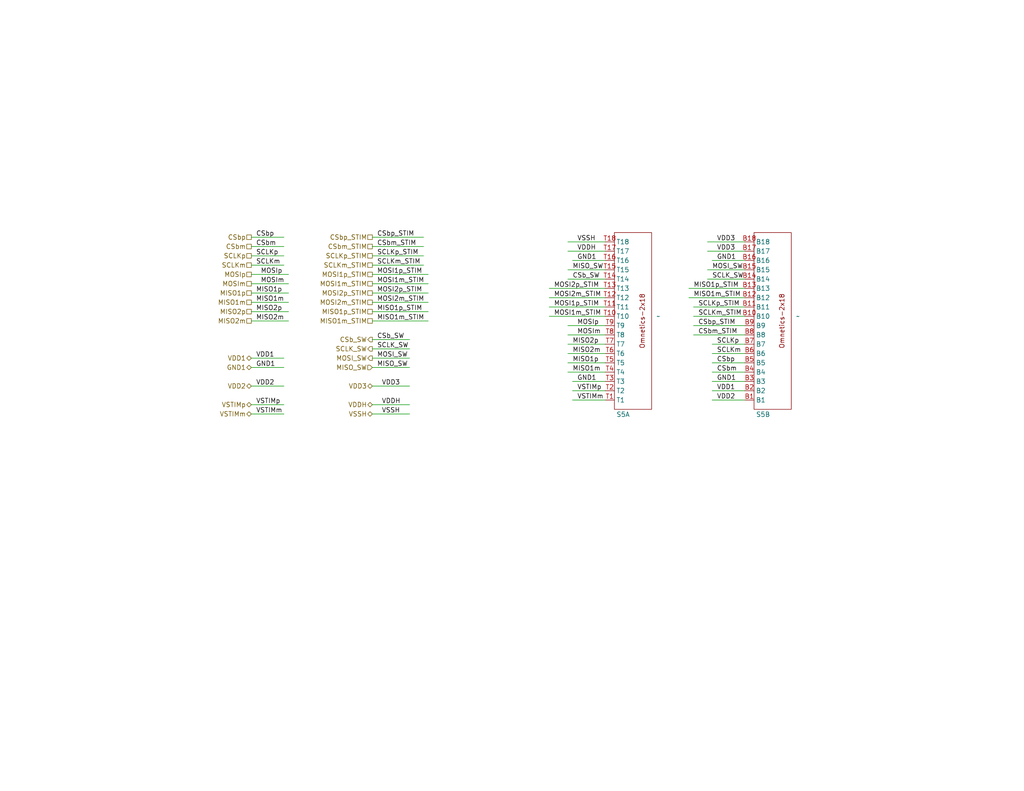
<source format=kicad_sch>
(kicad_sch (version 20231120) (generator "eeschema") (generator_version "8.0")
  (paper "USLetter")
  (title_block (title "Iris-128S-Adapter") (date "7/26/2024") (rev "1.0.0") (company "OpenIC"))
  (lib_symbols
    (symbol "openic:CONN-OMNETICS-A79024-001"
      (property "Reference" "S" (at -3.81 25.4 0))
      (symbol "CONN-OMNETICS-A79024-001_0_1"
        (rectangle (start -5.08 24.13) (end 5.08 -24.13))
      )
      (symbol "CONN-OMNETICS-A79024-001_1_1"
        (text "Omnetics-2x18" (at 2.54 0 900) (effects (font (size 1.27 1.27))))
        (pin passive line (at -7.62 21.59 0) (length 2.54) (name "T1") (number "T1"))
        (pin passive line (at -7.62 -1.27 0) (length 2.54) (name "T10") (number "T10"))
        (pin passive line (at -7.62 -3.81 0) (length 2.54) (name "T11") (number "T11"))
        (pin passive line (at -7.62 -6.35 0) (length 2.54) (name "T12") (number "T12"))
        (pin passive line (at -7.62 -8.89 0) (length 2.54) (name "T13") (number "T13"))
        (pin passive line (at -7.62 -11.43 0) (length 2.54) (name "T14") (number "T14"))
        (pin passive line (at -7.62 -13.97 0) (length 2.54) (name "T15") (number "T15"))
        (pin passive line (at -7.62 -16.51 0) (length 2.54) (name "T16") (number "T16"))
        (pin passive line (at -7.62 -19.05 0) (length 2.54) (name "T17") (number "T17"))
        (pin passive line (at -7.62 -21.59 0) (length 2.54) (name "T18") (number "T18"))
        (pin passive line (at -7.62 19.05 0) (length 2.54) (name "T2") (number "T2"))
        (pin passive line (at -7.62 16.51 0) (length 2.54) (name "T3") (number "T3"))
        (pin passive line (at -7.62 13.97 0) (length 2.54) (name "T4") (number "T4"))
        (pin passive line (at -7.62 11.43 0) (length 2.54) (name "T5") (number "T5"))
        (pin passive line (at -7.62 8.89 0) (length 2.54) (name "T6") (number "T6"))
        (pin passive line (at -7.62 6.35 0) (length 2.54) (name "T7") (number "T7"))
        (pin passive line (at -7.62 3.81 0) (length 2.54) (name "T8") (number "T8"))
        (pin passive line (at -7.62 1.27 0) (length 2.54) (name "T9") (number "T9"))
      )
      (symbol "CONN-OMNETICS-A79024-001_2_1"
        (text "Omnetics-2x18" (at 2.54 0 900) (effects (font (size 1.27 1.27))))
        (pin passive line (at -7.62 21.59 0) (length 2.54) (name "B1") (number "B1"))
        (pin passive line (at -7.62 -1.27 0) (length 2.54) (name "B10") (number "B10"))
        (pin passive line (at -7.62 -3.81 0) (length 2.54) (name "B11") (number "B11"))
        (pin passive line (at -7.62 -6.35 0) (length 2.54) (name "B12") (number "B12"))
        (pin passive line (at -7.62 -8.89 0) (length 2.54) (name "B13") (number "B13"))
        (pin passive line (at -7.62 -11.43 0) (length 2.54) (name "B14") (number "B14"))
        (pin passive line (at -7.62 -13.97 0) (length 2.54) (name "B15") (number "B15"))
        (pin passive line (at -7.62 -16.51 0) (length 2.54) (name "B16") (number "B16"))
        (pin passive line (at -7.62 -19.05 0) (length 2.54) (name "B17") (number "B17"))
        (pin passive line (at -7.62 -21.59 0) (length 2.54) (name "B18") (number "B18"))
        (pin passive line (at -7.62 19.05 0) (length 2.54) (name "B2") (number "B2"))
        (pin passive line (at -7.62 16.51 0) (length 2.54) (name "B3") (number "B3"))
        (pin passive line (at -7.62 13.97 0) (length 2.54) (name "B4") (number "B4"))
        (pin passive line (at -7.62 11.43 0) (length 2.54) (name "B5") (number "B5"))
        (pin passive line (at -7.62 8.89 0) (length 2.54) (name "B6") (number "B6"))
        (pin passive line (at -7.62 6.35 0) (length 2.54) (name "B7") (number "B7"))
        (pin passive line (at -7.62 3.81 0) (length 2.54) (name "B8") (number "B8"))
        (pin passive line (at -7.62 1.27 0) (length 2.54) (name "B9") (number "B9"))
      )
    )
  )
  (wire (pts (xy 68.58 97.79) (xy 77.47 97.79)))
  (wire (pts (xy 101.6 67.31) (xy 115.57 67.31)))
  (wire (pts (xy 101.6 105.41) (xy 111.76 105.41)))
  (wire (pts (xy 154.94 76.2) (xy 165.1 76.2)))
  (wire (pts (xy 194.31 104.14) (xy 203.2 104.14)))
  (wire (pts (xy 101.6 64.77) (xy 115.57 64.77)))
  (wire (pts (xy 68.58 82.55) (xy 78.74 82.55)))
  (wire (pts (xy 154.94 99.06) (xy 165.1 99.06)))
  (wire (pts (xy 193.04 76.2) (xy 203.2 76.2)))
  (wire (pts (xy 101.6 110.49) (xy 111.76 110.49)))
  (wire (pts (xy 101.6 77.47) (xy 116.84 77.47)))
  (wire (pts (xy 101.6 80.01) (xy 116.84 80.01)))
  (wire (pts (xy 101.6 100.33) (xy 111.76 100.33)))
  (wire (pts (xy 187.96 81.28) (xy 203.2 81.28)))
  (wire (pts (xy 194.31 109.22) (xy 203.2 109.22)))
  (wire (pts (xy 101.6 113.03) (xy 111.76 113.03)))
  (wire (pts (xy 189.23 86.36) (xy 203.2 86.36)))
  (wire (pts (xy 154.94 66.04) (xy 165.1 66.04)))
  (wire (pts (xy 149.86 83.82) (xy 165.1 83.82)))
  (wire (pts (xy 68.58 105.41) (xy 77.47 105.41)))
  (wire (pts (xy 68.58 80.01) (xy 78.74 80.01)))
  (wire (pts (xy 101.6 82.55) (xy 116.84 82.55)))
  (wire (pts (xy 194.31 99.06) (xy 203.2 99.06)))
  (wire (pts (xy 154.94 96.52) (xy 165.1 96.52)))
  (wire (pts (xy 193.04 73.66) (xy 203.2 73.66)))
  (wire (pts (xy 156.21 106.68) (xy 165.1 106.68)))
  (wire (pts (xy 154.94 93.98) (xy 165.1 93.98)))
  (wire (pts (xy 194.31 101.6) (xy 203.2 101.6)))
  (wire (pts (xy 156.21 109.22) (xy 165.1 109.22)))
  (wire (pts (xy 68.58 72.39) (xy 77.47 72.39)))
  (wire (pts (xy 194.31 93.98) (xy 203.2 93.98)))
  (wire (pts (xy 101.6 95.25) (xy 111.76 95.25)))
  (wire (pts (xy 187.96 78.74) (xy 203.2 78.74)))
  (wire (pts (xy 193.04 66.04) (xy 203.2 66.04)))
  (wire (pts (xy 68.58 64.77) (xy 77.47 64.77)))
  (wire (pts (xy 156.21 71.12) (xy 165.1 71.12)))
  (wire (pts (xy 189.23 83.82) (xy 203.2 83.82)))
  (wire (pts (xy 154.94 91.44) (xy 165.1 91.44)))
  (wire (pts (xy 68.58 100.33) (xy 77.47 100.33)))
  (wire (pts (xy 101.6 97.79) (xy 111.76 97.79)))
  (wire (pts (xy 189.23 88.9) (xy 203.2 88.9)))
  (wire (pts (xy 154.94 101.6) (xy 165.1 101.6)))
  (wire (pts (xy 154.94 73.66) (xy 165.1 73.66)))
  (wire (pts (xy 194.31 96.52) (xy 203.2 96.52)))
  (wire (pts (xy 68.58 110.49) (xy 77.47 110.49)))
  (wire (pts (xy 193.04 68.58) (xy 203.2 68.58)))
  (wire (pts (xy 68.58 69.85) (xy 77.47 69.85)))
  (wire (pts (xy 194.31 106.68) (xy 203.2 106.68)))
  (wire (pts (xy 68.58 113.03) (xy 77.47 113.03)))
  (wire (pts (xy 68.58 77.47) (xy 78.74 77.47)))
  (wire (pts (xy 156.21 104.14) (xy 165.1 104.14)))
  (wire (pts (xy 68.58 67.31) (xy 77.47 67.31)))
  (wire (pts (xy 68.58 85.09) (xy 78.74 85.09)))
  (wire (pts (xy 68.58 74.93) (xy 78.74 74.93)))
  (wire (pts (xy 101.6 92.71) (xy 111.76 92.71)))
  (wire (pts (xy 101.6 69.85) (xy 115.57 69.85)))
  (wire (pts (xy 149.86 86.36) (xy 165.1 86.36)))
  (wire (pts (xy 149.86 81.28) (xy 165.1 81.28)))
  (wire (pts (xy 68.58 87.63) (xy 78.74 87.63)))
  (wire (pts (xy 101.6 72.39) (xy 115.57 72.39)))
  (wire (pts (xy 149.86 78.74) (xy 165.1 78.74)))
  (wire (pts (xy 101.6 74.93) (xy 116.84 74.93)))
  (wire (pts (xy 154.94 68.58) (xy 165.1 68.58)))
  (wire (pts (xy 154.94 88.9) (xy 165.1 88.9)))
  (wire (pts (xy 194.31 71.12) (xy 203.2 71.12)))
  (wire (pts (xy 189.23 91.44) (xy 203.2 91.44)))
  (wire (pts (xy 101.6 87.63) (xy 116.84 87.63)))
  (wire (pts (xy 101.6 85.09) (xy 116.84 85.09)))
  (label "CSbp_STIM" (at 190.5 88.9 0))
  (label "VDD3" (at 195.58 66.04 0))
  (label "SCLKm_STIM" (at 102.87 72.39 0))
  (label "GND1" (at 69.85 100.33 0))
  (label "GND1" (at 157.48 104.14 0))
  (label "MOSIp" (at 71.12 74.93 0))
  (label "MISO1m" (at 69.85 82.55 0))
  (label "CSbp" (at 195.58 99.06 0))
  (label "MISO_SW" (at 102.87 100.33 0))
  (label "MOSI1m_STIM" (at 151.13 86.36 0))
  (label "VDDH" (at 157.48 68.58 0))
  (label "MOSI2p_STIM" (at 102.87 80.01 0))
  (label "VDD3" (at 195.58 68.58 0))
  (label "SCLKp" (at 69.85 69.85 0))
  (label "GND1" (at 157.48 71.12 0))
  (label "MOSI2p_STIM" (at 151.13 78.74 0))
  (label "VDD2" (at 195.58 109.22 0))
  (label "MISO1p" (at 69.85 80.01 0))
  (label "CSbm" (at 195.58 101.6 0))
  (label "VSTIMm" (at 157.48 109.22 0))
  (label "MOSI1p_STIM" (at 102.87 74.93 0))
  (label "CSbp" (at 69.85 64.77 0))
  (label "VSSH" (at 157.48 66.04 0))
  (label "VDD2" (at 69.85 105.41 0))
  (label "MISO_SW" (at 156.21 73.66 0))
  (label "SCLKm_STIM" (at 190.5 86.36 0))
  (label "MOSI2m_STIM" (at 151.13 81.28 0))
  (label "MISO1p_STIM" (at 189.23 78.74 0))
  (label "MISO1m_STIM" (at 189.23 81.28 0))
  (label "MOSIm" (at 157.48 91.44 0))
  (label "MISO2m" (at 156.21 96.52 0))
  (label "MOSI1p_STIM" (at 151.13 83.82 0))
  (label "GND1" (at 195.58 104.14 0))
  (label "MISO1m" (at 156.21 101.6 0))
  (label "MISO1p" (at 156.21 99.06 0))
  (label "MISO2m" (at 69.85 87.63 0))
  (label "VSTIMm" (at 69.85 113.03 0))
  (label "CSbm" (at 69.85 67.31 0))
  (label "CSbm_STIM" (at 102.87 67.31 0))
  (label "CSb_SW" (at 156.21 76.2 0))
  (label "SCLK_SW" (at 194.31 76.2 0))
  (label "MOSIm" (at 71.12 77.47 0))
  (label "SCLKm" (at 195.58 96.52 0))
  (label "CSbm_STIM" (at 190.5 91.44 0))
  (label "SCLKp_STIM" (at 102.87 69.85 0))
  (label "MOSI2m_STIM" (at 102.87 82.55 0))
  (label "VDD3" (at 104.14 105.41 0))
  (label "SCLK_SW" (at 102.87 95.25 0))
  (label "MOSIp" (at 157.48 88.9 0))
  (label "GND1" (at 195.58 71.12 0))
  (label "CSbp_STIM" (at 102.87 64.77 0))
  (label "MISO1m_STIM" (at 102.87 87.63 0))
  (label "SCLKm" (at 69.85 72.39 0))
  (label "CSb_SW" (at 102.87 92.71 0))
  (label "SCLKp" (at 195.58 93.98 0))
  (label "VSTIMp" (at 157.48 106.68 0))
  (label "VDDH" (at 104.14 110.49 0))
  (label "MISO1p_STIM" (at 102.87 85.09 0))
  (label "SCLKp_STIM" (at 190.5 83.82 0))
  (label "MOSI_SW" (at 102.87 97.79 0))
  (label "MOSI1m_STIM" (at 102.87 77.47 0))
  (label "VSSH" (at 104.14 113.03 0))
  (label "MOSI_SW" (at 194.31 73.66 0))
  (label "VDD1" (at 195.58 106.68 0))
  (label "MISO2p" (at 69.85 85.09 0))
  (label "VDD1" (at 69.85 97.79 0))
  (label "VSTIMp" (at 69.85 110.49 0))
  (label "MISO2p" (at 156.21 93.98 0))
  (hierarchical_label "MOSI1m_STIM" (shape passive) (at 101.6 77.47 180))
  (hierarchical_label "MOSI2p_STIM" (shape passive) (at 101.6 80.01 180))
  (hierarchical_label "CSbp" (shape passive) (at 68.58 64.77 180))
  (hierarchical_label "VSSH" (shape bidirectional) (at 101.6 113.03 180))
  (hierarchical_label "VSTIMm" (shape bidirectional) (at 68.58 113.03 180))
  (hierarchical_label "MOSIm" (shape passive) (at 68.58 77.47 180))
  (hierarchical_label "MISO1m" (shape passive) (at 68.58 82.55 180))
  (hierarchical_label "MISO2p" (shape passive) (at 68.58 85.09 180))
  (hierarchical_label "VDD1" (shape bidirectional) (at 68.58 97.79 180))
  (hierarchical_label "MOSI_SW" (shape output) (at 101.6 97.79 180))
  (hierarchical_label "MISO1p_STIM" (shape passive) (at 101.6 85.09 180))
  (hierarchical_label "CSbm_STIM" (shape passive) (at 101.6 67.31 180))
  (hierarchical_label "CSb_SW" (shape output) (at 101.6 92.71 180))
  (hierarchical_label "MOSIp" (shape passive) (at 68.58 74.93 180))
  (hierarchical_label "GND1" (shape bidirectional) (at 68.58 100.33 180))
  (hierarchical_label "VDD2" (shape bidirectional) (at 68.58 105.41 180))
  (hierarchical_label "VSTIMp" (shape bidirectional) (at 68.58 110.49 180))
  (hierarchical_label "MISO2m" (shape passive) (at 68.58 87.63 180))
  (hierarchical_label "SCLKp_STIM" (shape passive) (at 101.6 69.85 180))
  (hierarchical_label "SCLK_SW" (shape output) (at 101.6 95.25 180))
  (hierarchical_label "CSbm" (shape passive) (at 68.58 67.31 180))
  (hierarchical_label "MISO1m_STIM" (shape passive) (at 101.6 87.63 180))
  (hierarchical_label "MOSI2m_STIM" (shape passive) (at 101.6 82.55 180))
  (hierarchical_label "SCLKm_STIM" (shape passive) (at 101.6 72.39 180))
  (hierarchical_label "VDD3" (shape bidirectional) (at 101.6 105.41 180))
  (hierarchical_label "MOSI1p_STIM" (shape passive) (at 101.6 74.93 180))
  (hierarchical_label "VDDH" (shape bidirectional) (at 101.6 110.49 180))
  (hierarchical_label "MISO1p" (shape passive) (at 68.58 80.01 180))
  (hierarchical_label "MISO_SW" (shape input) (at 101.6 100.33 180))
  (hierarchical_label "SCLKp" (shape passive) (at 68.58 69.85 180))
  (hierarchical_label "CSbp_STIM" (shape passive) (at 101.6 64.77 180))
  (hierarchical_label "SCLKm" (shape passive) (at 68.58 72.39 180))
  (symbol (lib_id "openic:CONN-OMNETICS-A79024-001") (at 172.72 87.63 0) (mirror x) (unit 1)
    (property "Reference" "S5" (at 168.148 113.1571 0) (effects (justify left)))
    (property "Value" "~" (at 179.07 86.36 0) (effects (justify left)))
    (property "Footprint" "openic:OMNETICS-A79024-001" (effects (hide yes)))
    (property "Description" "36-pin Omnetics Connector" (effects (hide yes)))
    (property "MPN" "A79024-001" (effects (hide yes)))
    (property "Manufacturer" "Omnetics" (effects (hide yes)))
  )
  (symbol (lib_id "openic:CONN-OMNETICS-A79024-001") (at 210.82 87.63 0) (mirror x) (unit 2)
    (property "Reference" "S5" (at 206.248 113.1571 0) (effects (justify left)))
    (property "Value" "~" (at 217.17 86.36 0) (effects (justify left)))
    (property "Footprint" "openic:OMNETICS-A79024-001" (effects (hide yes)))
    (property "Description" "36-pin Omnetics Connector" (effects (hide yes)))
    (property "MPN" "A79024-001" (effects (hide yes)))
    (property "Manufacturer" "Omnetics" (effects (hide yes)))
  )
)
</source>
